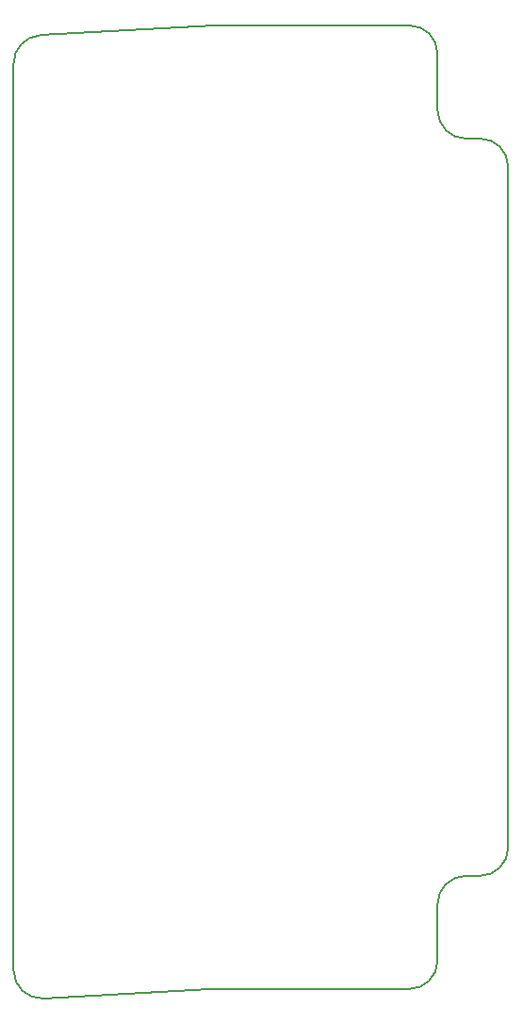
<source format=gbr>
G04 #@! TF.GenerationSoftware,KiCad,Pcbnew,5.0.0-fee4fd1~66~ubuntu16.04.1*
G04 #@! TF.CreationDate,2019-03-17T00:35:17-04:00*
G04 #@! TF.ProjectId,sensing_board,73656E73696E675F626F6172642E6B69,rev?*
G04 #@! TF.SameCoordinates,Original*
G04 #@! TF.FileFunction,Profile,NP*
%FSLAX46Y46*%
G04 Gerber Fmt 4.6, Leading zero omitted, Abs format (unit mm)*
G04 Created by KiCad (PCBNEW 5.0.0-fee4fd1~66~ubuntu16.04.1) date Sun Mar 17 00:35:17 2019*
%MOMM*%
%LPD*%
G01*
G04 APERTURE LIST*
%ADD10C,0.200000*%
G04 APERTURE END LIST*
D10*
X197646782Y-51019490D02*
X182044131Y-51911582D01*
X217749120Y-58639490D02*
X217749120Y-53559490D01*
X182334109Y-138396045D02*
X197211458Y-137545422D01*
X224099120Y-124845422D02*
X224099120Y-63719490D01*
X179649120Y-54447440D02*
G75*
G02X182044131Y-51911582I2540000J0D01*
G01*
X221559120Y-61179490D02*
G75*
G02X224099120Y-63719490I0J-2540000D01*
G01*
X220289120Y-127385422D02*
X221559120Y-127385422D01*
X217749120Y-135005422D02*
X217749120Y-129925422D01*
X224099120Y-124845422D02*
G75*
G02X221559120Y-127385422I-2540000J0D01*
G01*
X217749120Y-129925422D02*
G75*
G02X220289120Y-127385422I2540000J0D01*
G01*
X215209120Y-51019490D02*
G75*
G02X217749120Y-53559490I0J-2540000D01*
G01*
X221559120Y-61179490D02*
X220289120Y-61179490D01*
X215209120Y-51019490D02*
X197646782Y-51019490D01*
X217749120Y-135005422D02*
G75*
G02X215209120Y-137545422I-2540000J0D01*
G01*
X220289120Y-61179490D02*
G75*
G02X217749120Y-58639490I0J2540000D01*
G01*
X197211458Y-137545422D02*
X215209120Y-137545422D01*
X182334109Y-138396044D02*
G75*
G02X179649120Y-135860186I-144989J2535858D01*
G01*
X179649120Y-54447440D02*
X179649120Y-135860186D01*
M02*

</source>
